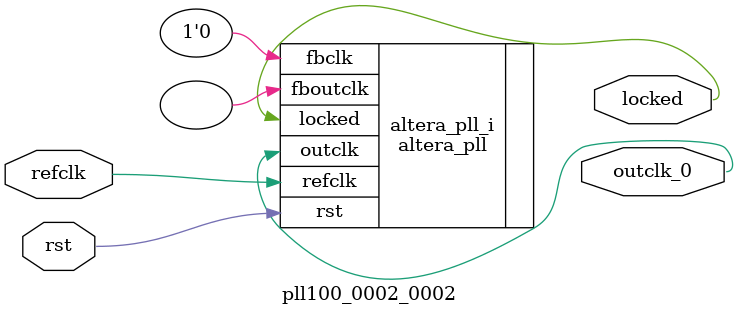
<source format=v>
`timescale 1ns/10ps
module  pll100_0002_0002(

	// interface 'refclk'
	input wire refclk,

	// interface 'reset'
	input wire rst,

	// interface 'outclk0'
	output wire outclk_0,

	// interface 'locked'
	output wire locked
);

	altera_pll #(
		.fractional_vco_multiplier("false"),
		.reference_clock_frequency("50.0 MHz"),
		.operation_mode("direct"),
		.number_of_clocks(1),
		.output_clock_frequency0("100.000000 MHz"),
		.phase_shift0("0 ps"),
		.duty_cycle0(50),
		.output_clock_frequency1("0 MHz"),
		.phase_shift1("0 ps"),
		.duty_cycle1(50),
		.output_clock_frequency2("0 MHz"),
		.phase_shift2("0 ps"),
		.duty_cycle2(50),
		.output_clock_frequency3("0 MHz"),
		.phase_shift3("0 ps"),
		.duty_cycle3(50),
		.output_clock_frequency4("0 MHz"),
		.phase_shift4("0 ps"),
		.duty_cycle4(50),
		.output_clock_frequency5("0 MHz"),
		.phase_shift5("0 ps"),
		.duty_cycle5(50),
		.output_clock_frequency6("0 MHz"),
		.phase_shift6("0 ps"),
		.duty_cycle6(50),
		.output_clock_frequency7("0 MHz"),
		.phase_shift7("0 ps"),
		.duty_cycle7(50),
		.output_clock_frequency8("0 MHz"),
		.phase_shift8("0 ps"),
		.duty_cycle8(50),
		.output_clock_frequency9("0 MHz"),
		.phase_shift9("0 ps"),
		.duty_cycle9(50),
		.output_clock_frequency10("0 MHz"),
		.phase_shift10("0 ps"),
		.duty_cycle10(50),
		.output_clock_frequency11("0 MHz"),
		.phase_shift11("0 ps"),
		.duty_cycle11(50),
		.output_clock_frequency12("0 MHz"),
		.phase_shift12("0 ps"),
		.duty_cycle12(50),
		.output_clock_frequency13("0 MHz"),
		.phase_shift13("0 ps"),
		.duty_cycle13(50),
		.output_clock_frequency14("0 MHz"),
		.phase_shift14("0 ps"),
		.duty_cycle14(50),
		.output_clock_frequency15("0 MHz"),
		.phase_shift15("0 ps"),
		.duty_cycle15(50),
		.output_clock_frequency16("0 MHz"),
		.phase_shift16("0 ps"),
		.duty_cycle16(50),
		.output_clock_frequency17("0 MHz"),
		.phase_shift17("0 ps"),
		.duty_cycle17(50),
		.pll_type("General"),
		.pll_subtype("General")
	) altera_pll_i (
		.rst	(rst),
		.outclk	({outclk_0}),
		.locked	(locked),
		.fboutclk	( ),
		.fbclk	(1'b0),
		.refclk	(refclk)
	);
endmodule


</source>
